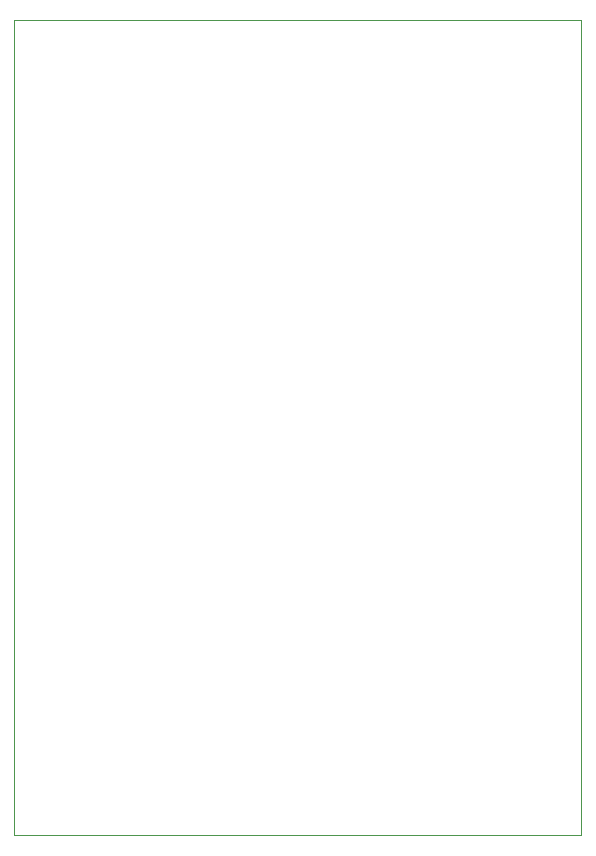
<source format=gbr>
%TF.GenerationSoftware,KiCad,Pcbnew,9.0.2*%
%TF.CreationDate,2025-07-01T00:08:40-05:00*%
%TF.ProjectId,MagMesh,4d61674d-6573-4682-9e6b-696361645f70,rev?*%
%TF.SameCoordinates,Original*%
%TF.FileFunction,Profile,NP*%
%FSLAX46Y46*%
G04 Gerber Fmt 4.6, Leading zero omitted, Abs format (unit mm)*
G04 Created by KiCad (PCBNEW 9.0.2) date 2025-07-01 00:08:40*
%MOMM*%
%LPD*%
G01*
G04 APERTURE LIST*
%TA.AperFunction,Profile*%
%ADD10C,0.050000*%
%TD*%
G04 APERTURE END LIST*
D10*
X154500000Y-68000000D02*
X202500000Y-68000000D01*
X202500000Y-137000000D01*
X154500000Y-137000000D01*
X154500000Y-68000000D01*
M02*

</source>
